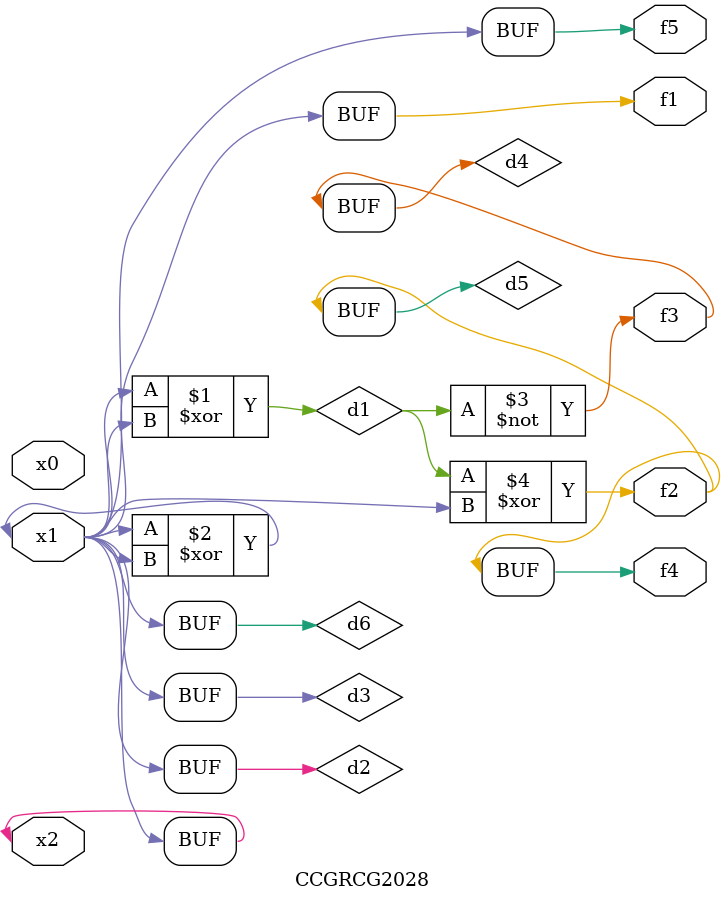
<source format=v>
module CCGRCG2028(
	input x0, x1, x2,
	output f1, f2, f3, f4, f5
);

	wire d1, d2, d3, d4, d5, d6;

	xor (d1, x1, x2);
	buf (d2, x1, x2);
	xor (d3, x1, x2);
	nor (d4, d1);
	xor (d5, d1, d2);
	buf (d6, d2, d3);
	assign f1 = d6;
	assign f2 = d5;
	assign f3 = d4;
	assign f4 = d5;
	assign f5 = d6;
endmodule

</source>
